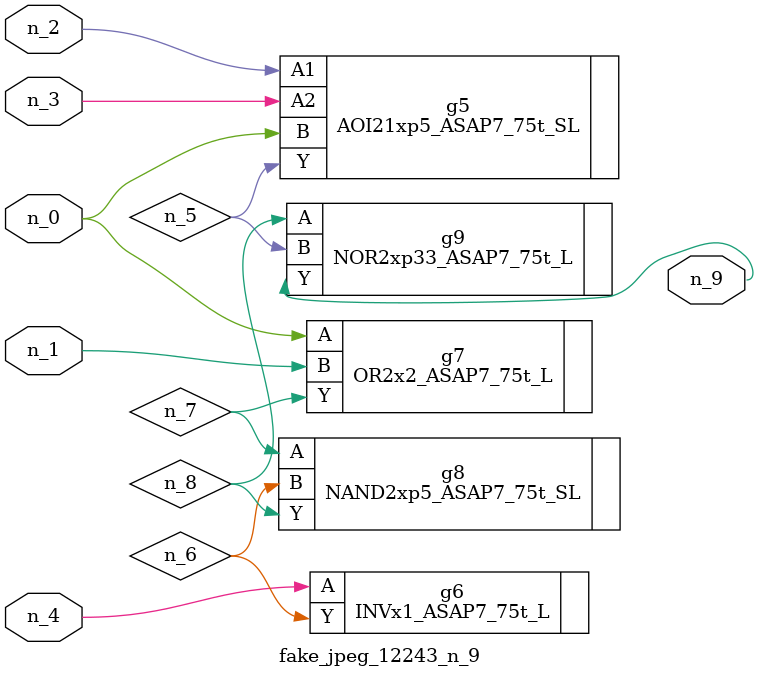
<source format=v>
module fake_jpeg_12243_n_9 (n_3, n_2, n_1, n_0, n_4, n_9);

input n_3;
input n_2;
input n_1;
input n_0;
input n_4;

output n_9;

wire n_8;
wire n_6;
wire n_5;
wire n_7;

AOI21xp5_ASAP7_75t_SL g5 ( 
.A1(n_2),
.A2(n_3),
.B(n_0),
.Y(n_5)
);

INVx1_ASAP7_75t_L g6 ( 
.A(n_4),
.Y(n_6)
);

OR2x2_ASAP7_75t_L g7 ( 
.A(n_0),
.B(n_1),
.Y(n_7)
);

NAND2xp5_ASAP7_75t_SL g8 ( 
.A(n_7),
.B(n_6),
.Y(n_8)
);

NOR2xp33_ASAP7_75t_L g9 ( 
.A(n_8),
.B(n_5),
.Y(n_9)
);


endmodule
</source>
